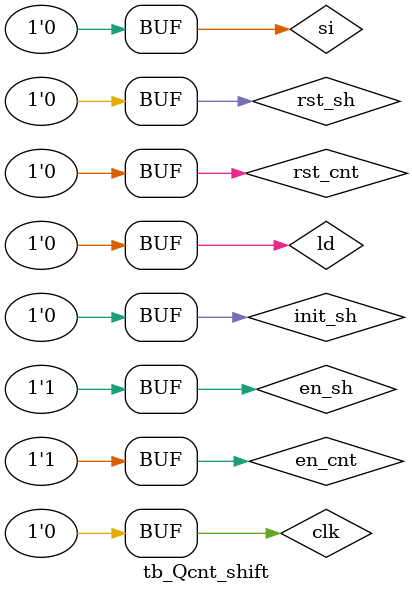
<source format=v>
`timescale 1ns/1ns

module tb_Qcnt_shift();
    reg clk = 0 , rst_sh = 0 , en_sh = 1 , si = 0 , rst_cnt = 0 , en_cnt = 1 , ld = 1 , init_sh = 1;
    wire co ;
    wire [7:0] PO_sh;
    
    cntshiftQ UUT(.clk(clk) , .rst_sh(rst_sh) , .en_sh(en_sh) , .init_sh(init_sh) , .si(si) , .rst_cnt(rst_cnt) , .en_cnt(en_cnt) , .ld(ld) , .co(co) , .PO_sh(PO_sh));
    initial repeat(40) #500 clk = ~clk;
    initial begin
	#600 ld = 0;
	     init_sh = 0;
	#520 si = 1;
	#500 si = 0;
	#700 si = 1;
	#500 si = 0;
	#700 si = 1;
	#700 si = 0;
    end
endmodule
    

</source>
